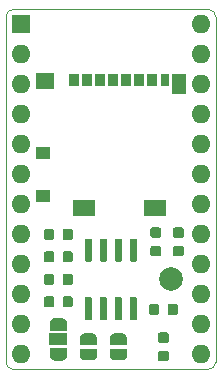
<source format=gbr>
%TF.GenerationSoftware,KiCad,Pcbnew,5.1.5+dfsg1-2~bpo10+1*%
%TF.CreationDate,Date%
%TF.ProjectId,ProMicro_LOG,50726f4d-6963-4726-9f5f-4c4f472e6b69,v1.1*%
%TF.SameCoordinates,Original*%
%TF.FileFunction,Soldermask,Top*%
%TF.FilePolarity,Negative*%
%FSLAX45Y45*%
G04 Gerber Fmt 4.5, Leading zero omitted, Abs format (unit mm)*
G04 Created by KiCad*
%MOMM*%
%LPD*%
G04 APERTURE LIST*
%ADD10C,0.100000*%
%ADD11O,1.600000X1.600000*%
%ADD12R,1.600000X1.600000*%
%ADD13C,0.150000*%
%ADD14R,1.500000X1.000000*%
%ADD15C,2.000000*%
%ADD16R,1.900000X1.350000*%
%ADD17R,1.200000X1.000000*%
%ADD18R,1.550000X1.350000*%
%ADD19R,1.170000X1.800000*%
%ADD20R,0.850000X1.100000*%
%ADD21R,0.750000X1.100000*%
G04 APERTURE END LIST*
D10*
X-1587500Y2921000D02*
G75*
G03X-1651000Y2857500I0J-63500D01*
G01*
X127000Y2857500D02*
G75*
G03X63500Y2921000I-63500J0D01*
G01*
X63500Y-127000D02*
G75*
G03X127000Y-63500I0J63500D01*
G01*
X-1651000Y-63500D02*
G75*
G03X-1587500Y-127000I63500J0D01*
G01*
X-1651000Y2857500D02*
X-1651000Y-63500D01*
X63500Y2921000D02*
X-1587500Y2921000D01*
X127000Y-63500D02*
X127000Y2857500D01*
X-1587500Y-127000D02*
X63500Y-127000D01*
D11*
X0Y2794000D03*
X0Y2540000D03*
X0Y2286000D03*
X-1524000Y0D03*
X0Y2032000D03*
X-1524000Y254000D03*
X0Y1778000D03*
X-1524000Y508000D03*
X0Y1524000D03*
X-1524000Y762000D03*
X0Y1270000D03*
X-1524000Y1016000D03*
X0Y1016000D03*
X-1524000Y1270000D03*
X0Y762000D03*
X-1524000Y1524000D03*
X0Y508000D03*
X-1524000Y1778000D03*
X0Y254000D03*
X-1524000Y2032000D03*
X0Y0D03*
X-1524000Y2286000D03*
X-1524000Y2540000D03*
D12*
X-1524000Y2794000D03*
D13*
G36*
X-289731Y28395D02*
G01*
X-287607Y28080D01*
X-285525Y27558D01*
X-283504Y26835D01*
X-281563Y25917D01*
X-279722Y24813D01*
X-277998Y23535D01*
X-276407Y22093D01*
X-274965Y20502D01*
X-273687Y18778D01*
X-272583Y16937D01*
X-271665Y14996D01*
X-270942Y12975D01*
X-270420Y10893D01*
X-270105Y8769D01*
X-270000Y6625D01*
X-270000Y-37125D01*
X-270105Y-39269D01*
X-270420Y-41393D01*
X-270942Y-43475D01*
X-271665Y-45496D01*
X-272583Y-47437D01*
X-273687Y-49278D01*
X-274965Y-51002D01*
X-276407Y-52593D01*
X-277998Y-54035D01*
X-279722Y-55313D01*
X-281563Y-56417D01*
X-283504Y-57335D01*
X-285525Y-58058D01*
X-287607Y-58580D01*
X-289731Y-58895D01*
X-291875Y-59000D01*
X-343125Y-59000D01*
X-345269Y-58895D01*
X-347393Y-58580D01*
X-349475Y-58058D01*
X-351496Y-57335D01*
X-353437Y-56417D01*
X-355278Y-55313D01*
X-357002Y-54035D01*
X-358593Y-52593D01*
X-360035Y-51002D01*
X-361313Y-49278D01*
X-362417Y-47437D01*
X-363335Y-45496D01*
X-364058Y-43475D01*
X-364580Y-41393D01*
X-364895Y-39269D01*
X-365000Y-37125D01*
X-365000Y6625D01*
X-364895Y8769D01*
X-364580Y10893D01*
X-364058Y12975D01*
X-363335Y14996D01*
X-362417Y16937D01*
X-361313Y18778D01*
X-360035Y20502D01*
X-358593Y22093D01*
X-357002Y23535D01*
X-355278Y24813D01*
X-353437Y25917D01*
X-351496Y26835D01*
X-349475Y27558D01*
X-347393Y28080D01*
X-345269Y28395D01*
X-343125Y28500D01*
X-291875Y28500D01*
X-289731Y28395D01*
G37*
G36*
X-289731Y185895D02*
G01*
X-287607Y185580D01*
X-285525Y185058D01*
X-283504Y184335D01*
X-281563Y183417D01*
X-279722Y182313D01*
X-277998Y181035D01*
X-276407Y179593D01*
X-274965Y178002D01*
X-273687Y176278D01*
X-272583Y174437D01*
X-271665Y172496D01*
X-270942Y170475D01*
X-270420Y168393D01*
X-270105Y166269D01*
X-270000Y164125D01*
X-270000Y120375D01*
X-270105Y118231D01*
X-270420Y116107D01*
X-270942Y114025D01*
X-271665Y112004D01*
X-272583Y110063D01*
X-273687Y108222D01*
X-274965Y106498D01*
X-276407Y104907D01*
X-277998Y103465D01*
X-279722Y102187D01*
X-281563Y101083D01*
X-283504Y100165D01*
X-285525Y99442D01*
X-287607Y98920D01*
X-289731Y98605D01*
X-291875Y98500D01*
X-343125Y98500D01*
X-345269Y98605D01*
X-347393Y98920D01*
X-349475Y99442D01*
X-351496Y100165D01*
X-353437Y101083D01*
X-355278Y102187D01*
X-357002Y103465D01*
X-358593Y104907D01*
X-360035Y106498D01*
X-361313Y108222D01*
X-362417Y110063D01*
X-363335Y112004D01*
X-364058Y114025D01*
X-364580Y116107D01*
X-364895Y118231D01*
X-365000Y120375D01*
X-365000Y164125D01*
X-364895Y166269D01*
X-364580Y168393D01*
X-364058Y170475D01*
X-363335Y172496D01*
X-362417Y174437D01*
X-361313Y176278D01*
X-360035Y178002D01*
X-358593Y179593D01*
X-357002Y181035D01*
X-355278Y182313D01*
X-353437Y183417D01*
X-351496Y184335D01*
X-349475Y185058D01*
X-347393Y185580D01*
X-345269Y185895D01*
X-343125Y186000D01*
X-291875Y186000D01*
X-289731Y185895D01*
G37*
G36*
X-1103731Y1063395D02*
G01*
X-1101607Y1063080D01*
X-1099525Y1062558D01*
X-1097504Y1061835D01*
X-1095563Y1060917D01*
X-1093722Y1059813D01*
X-1091998Y1058535D01*
X-1090407Y1057093D01*
X-1088965Y1055502D01*
X-1087687Y1053778D01*
X-1086583Y1051937D01*
X-1085665Y1049996D01*
X-1084942Y1047975D01*
X-1084420Y1045893D01*
X-1084105Y1043769D01*
X-1084000Y1041625D01*
X-1084000Y990375D01*
X-1084105Y988231D01*
X-1084420Y986107D01*
X-1084942Y984025D01*
X-1085665Y982004D01*
X-1086583Y980063D01*
X-1087687Y978222D01*
X-1088965Y976498D01*
X-1090407Y974907D01*
X-1091998Y973465D01*
X-1093722Y972187D01*
X-1095563Y971083D01*
X-1097504Y970165D01*
X-1099525Y969442D01*
X-1101607Y968920D01*
X-1103731Y968605D01*
X-1105875Y968500D01*
X-1149625Y968500D01*
X-1151769Y968605D01*
X-1153893Y968920D01*
X-1155975Y969442D01*
X-1157996Y970165D01*
X-1159937Y971083D01*
X-1161778Y972187D01*
X-1163502Y973465D01*
X-1165093Y974907D01*
X-1166535Y976498D01*
X-1167813Y978222D01*
X-1168917Y980063D01*
X-1169835Y982004D01*
X-1170558Y984025D01*
X-1171080Y986107D01*
X-1171395Y988231D01*
X-1171500Y990375D01*
X-1171500Y1041625D01*
X-1171395Y1043769D01*
X-1171080Y1045893D01*
X-1170558Y1047975D01*
X-1169835Y1049996D01*
X-1168917Y1051937D01*
X-1167813Y1053778D01*
X-1166535Y1055502D01*
X-1165093Y1057093D01*
X-1163502Y1058535D01*
X-1161778Y1059813D01*
X-1159937Y1060917D01*
X-1157996Y1061835D01*
X-1155975Y1062558D01*
X-1153893Y1063080D01*
X-1151769Y1063395D01*
X-1149625Y1063500D01*
X-1105875Y1063500D01*
X-1103731Y1063395D01*
G37*
G36*
X-1261231Y1063395D02*
G01*
X-1259107Y1063080D01*
X-1257025Y1062558D01*
X-1255004Y1061835D01*
X-1253063Y1060917D01*
X-1251222Y1059813D01*
X-1249498Y1058535D01*
X-1247907Y1057093D01*
X-1246465Y1055502D01*
X-1245187Y1053778D01*
X-1244083Y1051937D01*
X-1243165Y1049996D01*
X-1242442Y1047975D01*
X-1241920Y1045893D01*
X-1241605Y1043769D01*
X-1241500Y1041625D01*
X-1241500Y990375D01*
X-1241605Y988231D01*
X-1241920Y986107D01*
X-1242442Y984025D01*
X-1243165Y982004D01*
X-1244083Y980063D01*
X-1245187Y978222D01*
X-1246465Y976498D01*
X-1247907Y974907D01*
X-1249498Y973465D01*
X-1251222Y972187D01*
X-1253063Y971083D01*
X-1255004Y970165D01*
X-1257025Y969442D01*
X-1259107Y968920D01*
X-1261231Y968605D01*
X-1263375Y968500D01*
X-1307125Y968500D01*
X-1309269Y968605D01*
X-1311393Y968920D01*
X-1313475Y969442D01*
X-1315496Y970165D01*
X-1317437Y971083D01*
X-1319278Y972187D01*
X-1321002Y973465D01*
X-1322593Y974907D01*
X-1324035Y976498D01*
X-1325313Y978222D01*
X-1326417Y980063D01*
X-1327335Y982004D01*
X-1328058Y984025D01*
X-1328580Y986107D01*
X-1328895Y988231D01*
X-1329000Y990375D01*
X-1329000Y1041625D01*
X-1328895Y1043769D01*
X-1328580Y1045893D01*
X-1328058Y1047975D01*
X-1327335Y1049996D01*
X-1326417Y1051937D01*
X-1325313Y1053778D01*
X-1324035Y1055502D01*
X-1322593Y1057093D01*
X-1321002Y1058535D01*
X-1319278Y1059813D01*
X-1317437Y1060917D01*
X-1315496Y1061835D01*
X-1313475Y1062558D01*
X-1311393Y1063080D01*
X-1309269Y1063395D01*
X-1307125Y1063500D01*
X-1263375Y1063500D01*
X-1261231Y1063395D01*
G37*
G36*
X-1131500Y52000D02*
G01*
X-1131500Y-3000D01*
X-1131560Y-3000D01*
X-1131560Y-5453D01*
X-1132041Y-10337D01*
X-1132998Y-15149D01*
X-1134423Y-19845D01*
X-1136301Y-24378D01*
X-1138614Y-28705D01*
X-1141340Y-32785D01*
X-1144452Y-36578D01*
X-1147922Y-40048D01*
X-1151715Y-43160D01*
X-1155795Y-45886D01*
X-1160122Y-48199D01*
X-1164656Y-50077D01*
X-1169351Y-51502D01*
X-1174164Y-52459D01*
X-1179047Y-52940D01*
X-1181500Y-52940D01*
X-1181500Y-53000D01*
X-1231500Y-53000D01*
X-1231500Y-52940D01*
X-1233953Y-52940D01*
X-1238837Y-52459D01*
X-1243649Y-51502D01*
X-1248345Y-50077D01*
X-1252878Y-48199D01*
X-1257205Y-45886D01*
X-1261285Y-43160D01*
X-1265078Y-40048D01*
X-1268548Y-36578D01*
X-1271660Y-32785D01*
X-1274386Y-28705D01*
X-1276700Y-24378D01*
X-1278577Y-19845D01*
X-1280002Y-15149D01*
X-1280959Y-10337D01*
X-1281440Y-5453D01*
X-1281440Y-3000D01*
X-1281500Y-3000D01*
X-1281500Y52000D01*
X-1131500Y52000D01*
G37*
D14*
X-1206500Y127000D03*
D13*
G36*
X-1281440Y257000D02*
G01*
X-1281440Y259453D01*
X-1280959Y264337D01*
X-1280002Y269149D01*
X-1278577Y273845D01*
X-1276700Y278378D01*
X-1274386Y282705D01*
X-1271660Y286785D01*
X-1268548Y290578D01*
X-1265078Y294048D01*
X-1261285Y297160D01*
X-1257205Y299886D01*
X-1252878Y302200D01*
X-1248345Y304077D01*
X-1243649Y305502D01*
X-1238837Y306459D01*
X-1233953Y306940D01*
X-1231500Y306940D01*
X-1231500Y307000D01*
X-1181500Y307000D01*
X-1181500Y306940D01*
X-1179047Y306940D01*
X-1174164Y306459D01*
X-1169351Y305502D01*
X-1164656Y304077D01*
X-1160122Y302200D01*
X-1155795Y299886D01*
X-1151715Y297160D01*
X-1147922Y294048D01*
X-1144452Y290578D01*
X-1141340Y286785D01*
X-1138614Y282705D01*
X-1136301Y278378D01*
X-1134423Y273845D01*
X-1132998Y269149D01*
X-1132041Y264337D01*
X-1131560Y259453D01*
X-1131560Y257000D01*
X-1131500Y257000D01*
X-1131500Y202000D01*
X-1281500Y202000D01*
X-1281500Y257000D01*
X-1281440Y257000D01*
G37*
G36*
X-353231Y1074895D02*
G01*
X-351107Y1074580D01*
X-349025Y1074058D01*
X-347004Y1073335D01*
X-345063Y1072417D01*
X-343222Y1071313D01*
X-341498Y1070035D01*
X-339907Y1068593D01*
X-338465Y1067002D01*
X-337187Y1065278D01*
X-336083Y1063437D01*
X-335165Y1061496D01*
X-334442Y1059475D01*
X-333920Y1057393D01*
X-333605Y1055269D01*
X-333500Y1053125D01*
X-333500Y1009375D01*
X-333605Y1007231D01*
X-333920Y1005107D01*
X-334442Y1003025D01*
X-335165Y1001004D01*
X-336083Y999063D01*
X-337187Y997222D01*
X-338465Y995498D01*
X-339907Y993907D01*
X-341498Y992465D01*
X-343222Y991187D01*
X-345063Y990083D01*
X-347004Y989165D01*
X-349025Y988442D01*
X-351107Y987920D01*
X-353231Y987605D01*
X-355375Y987500D01*
X-406625Y987500D01*
X-408769Y987605D01*
X-410893Y987920D01*
X-412975Y988442D01*
X-414996Y989165D01*
X-416937Y990083D01*
X-418778Y991187D01*
X-420502Y992465D01*
X-422093Y993907D01*
X-423535Y995498D01*
X-424813Y997222D01*
X-425917Y999063D01*
X-426835Y1001004D01*
X-427558Y1003025D01*
X-428080Y1005107D01*
X-428395Y1007231D01*
X-428500Y1009375D01*
X-428500Y1053125D01*
X-428395Y1055269D01*
X-428080Y1057393D01*
X-427558Y1059475D01*
X-426835Y1061496D01*
X-425917Y1063437D01*
X-424813Y1065278D01*
X-423535Y1067002D01*
X-422093Y1068593D01*
X-420502Y1070035D01*
X-418778Y1071313D01*
X-416937Y1072417D01*
X-414996Y1073335D01*
X-412975Y1074058D01*
X-410893Y1074580D01*
X-408769Y1074895D01*
X-406625Y1075000D01*
X-355375Y1075000D01*
X-353231Y1074895D01*
G37*
G36*
X-353231Y917395D02*
G01*
X-351107Y917080D01*
X-349025Y916558D01*
X-347004Y915835D01*
X-345063Y914917D01*
X-343222Y913813D01*
X-341498Y912535D01*
X-339907Y911093D01*
X-338465Y909502D01*
X-337187Y907778D01*
X-336083Y905937D01*
X-335165Y903996D01*
X-334442Y901975D01*
X-333920Y899893D01*
X-333605Y897769D01*
X-333500Y895625D01*
X-333500Y851875D01*
X-333605Y849731D01*
X-333920Y847607D01*
X-334442Y845525D01*
X-335165Y843504D01*
X-336083Y841563D01*
X-337187Y839722D01*
X-338465Y837998D01*
X-339907Y836407D01*
X-341498Y834965D01*
X-343222Y833687D01*
X-345063Y832583D01*
X-347004Y831665D01*
X-349025Y830942D01*
X-351107Y830420D01*
X-353231Y830105D01*
X-355375Y830000D01*
X-406625Y830000D01*
X-408769Y830105D01*
X-410893Y830420D01*
X-412975Y830942D01*
X-414996Y831665D01*
X-416937Y832583D01*
X-418778Y833687D01*
X-420502Y834965D01*
X-422093Y836407D01*
X-423535Y837998D01*
X-424813Y839722D01*
X-425917Y841563D01*
X-426835Y843504D01*
X-427558Y845525D01*
X-428080Y847607D01*
X-428395Y849731D01*
X-428500Y851875D01*
X-428500Y895625D01*
X-428395Y897769D01*
X-428080Y899893D01*
X-427558Y901975D01*
X-426835Y903996D01*
X-425917Y905937D01*
X-424813Y907778D01*
X-423535Y909502D01*
X-422093Y911093D01*
X-420502Y912535D01*
X-418778Y913813D01*
X-416937Y914917D01*
X-414996Y915835D01*
X-412975Y916558D01*
X-410893Y917080D01*
X-408769Y917395D01*
X-406625Y917500D01*
X-355375Y917500D01*
X-353231Y917395D01*
G37*
G36*
X-162731Y1074895D02*
G01*
X-160607Y1074580D01*
X-158525Y1074058D01*
X-156504Y1073335D01*
X-154563Y1072417D01*
X-152722Y1071313D01*
X-150998Y1070035D01*
X-149407Y1068593D01*
X-147965Y1067002D01*
X-146687Y1065278D01*
X-145583Y1063437D01*
X-144665Y1061496D01*
X-143942Y1059475D01*
X-143420Y1057393D01*
X-143105Y1055269D01*
X-143000Y1053125D01*
X-143000Y1009375D01*
X-143105Y1007231D01*
X-143420Y1005107D01*
X-143942Y1003025D01*
X-144665Y1001004D01*
X-145583Y999063D01*
X-146687Y997222D01*
X-147965Y995498D01*
X-149407Y993907D01*
X-150998Y992465D01*
X-152722Y991187D01*
X-154563Y990083D01*
X-156504Y989165D01*
X-158525Y988442D01*
X-160607Y987920D01*
X-162731Y987605D01*
X-164875Y987500D01*
X-216125Y987500D01*
X-218269Y987605D01*
X-220393Y987920D01*
X-222475Y988442D01*
X-224496Y989165D01*
X-226437Y990083D01*
X-228278Y991187D01*
X-230002Y992465D01*
X-231593Y993907D01*
X-233035Y995498D01*
X-234313Y997222D01*
X-235417Y999063D01*
X-236335Y1001004D01*
X-237058Y1003025D01*
X-237580Y1005107D01*
X-237895Y1007231D01*
X-238000Y1009375D01*
X-238000Y1053125D01*
X-237895Y1055269D01*
X-237580Y1057393D01*
X-237058Y1059475D01*
X-236335Y1061496D01*
X-235417Y1063437D01*
X-234313Y1065278D01*
X-233035Y1067002D01*
X-231593Y1068593D01*
X-230002Y1070035D01*
X-228278Y1071313D01*
X-226437Y1072417D01*
X-224496Y1073335D01*
X-222475Y1074058D01*
X-220393Y1074580D01*
X-218269Y1074895D01*
X-216125Y1075000D01*
X-164875Y1075000D01*
X-162731Y1074895D01*
G37*
G36*
X-162731Y917395D02*
G01*
X-160607Y917080D01*
X-158525Y916558D01*
X-156504Y915835D01*
X-154563Y914917D01*
X-152722Y913813D01*
X-150998Y912535D01*
X-149407Y911093D01*
X-147965Y909502D01*
X-146687Y907778D01*
X-145583Y905937D01*
X-144665Y903996D01*
X-143942Y901975D01*
X-143420Y899893D01*
X-143105Y897769D01*
X-143000Y895625D01*
X-143000Y851875D01*
X-143105Y849731D01*
X-143420Y847607D01*
X-143942Y845525D01*
X-144665Y843504D01*
X-145583Y841563D01*
X-146687Y839722D01*
X-147965Y837998D01*
X-149407Y836407D01*
X-150998Y834965D01*
X-152722Y833687D01*
X-154563Y832583D01*
X-156504Y831665D01*
X-158525Y830942D01*
X-160607Y830420D01*
X-162731Y830105D01*
X-164875Y830000D01*
X-216125Y830000D01*
X-218269Y830105D01*
X-220393Y830420D01*
X-222475Y830942D01*
X-224496Y831665D01*
X-226437Y832583D01*
X-228278Y833687D01*
X-230002Y834965D01*
X-231593Y836407D01*
X-233035Y837998D01*
X-234313Y839722D01*
X-235417Y841563D01*
X-236335Y843504D01*
X-237058Y845525D01*
X-237580Y847607D01*
X-237895Y849731D01*
X-238000Y851875D01*
X-238000Y895625D01*
X-237895Y897769D01*
X-237580Y899893D01*
X-237058Y901975D01*
X-236335Y903996D01*
X-235417Y905937D01*
X-234313Y907778D01*
X-233035Y909502D01*
X-231593Y911093D01*
X-230002Y912535D01*
X-228278Y913813D01*
X-226437Y914917D01*
X-224496Y915835D01*
X-222475Y916558D01*
X-220393Y917080D01*
X-218269Y917395D01*
X-216125Y917500D01*
X-164875Y917500D01*
X-162731Y917395D01*
G37*
G36*
X-1103731Y872895D02*
G01*
X-1101607Y872580D01*
X-1099525Y872058D01*
X-1097504Y871335D01*
X-1095563Y870417D01*
X-1093722Y869313D01*
X-1091998Y868035D01*
X-1090407Y866593D01*
X-1088965Y865002D01*
X-1087687Y863278D01*
X-1086583Y861437D01*
X-1085665Y859496D01*
X-1084942Y857475D01*
X-1084420Y855393D01*
X-1084105Y853269D01*
X-1084000Y851125D01*
X-1084000Y799875D01*
X-1084105Y797731D01*
X-1084420Y795607D01*
X-1084942Y793525D01*
X-1085665Y791504D01*
X-1086583Y789563D01*
X-1087687Y787722D01*
X-1088965Y785998D01*
X-1090407Y784407D01*
X-1091998Y782965D01*
X-1093722Y781687D01*
X-1095563Y780583D01*
X-1097504Y779665D01*
X-1099525Y778942D01*
X-1101607Y778420D01*
X-1103731Y778105D01*
X-1105875Y778000D01*
X-1149625Y778000D01*
X-1151769Y778105D01*
X-1153893Y778420D01*
X-1155975Y778942D01*
X-1157996Y779665D01*
X-1159937Y780583D01*
X-1161778Y781687D01*
X-1163502Y782965D01*
X-1165093Y784407D01*
X-1166535Y785998D01*
X-1167813Y787722D01*
X-1168917Y789563D01*
X-1169835Y791504D01*
X-1170558Y793525D01*
X-1171080Y795607D01*
X-1171395Y797731D01*
X-1171500Y799875D01*
X-1171500Y851125D01*
X-1171395Y853269D01*
X-1171080Y855393D01*
X-1170558Y857475D01*
X-1169835Y859496D01*
X-1168917Y861437D01*
X-1167813Y863278D01*
X-1166535Y865002D01*
X-1165093Y866593D01*
X-1163502Y868035D01*
X-1161778Y869313D01*
X-1159937Y870417D01*
X-1157996Y871335D01*
X-1155975Y872058D01*
X-1153893Y872580D01*
X-1151769Y872895D01*
X-1149625Y873000D01*
X-1105875Y873000D01*
X-1103731Y872895D01*
G37*
G36*
X-1261231Y872895D02*
G01*
X-1259107Y872580D01*
X-1257025Y872058D01*
X-1255004Y871335D01*
X-1253063Y870417D01*
X-1251222Y869313D01*
X-1249498Y868035D01*
X-1247907Y866593D01*
X-1246465Y865002D01*
X-1245187Y863278D01*
X-1244083Y861437D01*
X-1243165Y859496D01*
X-1242442Y857475D01*
X-1241920Y855393D01*
X-1241605Y853269D01*
X-1241500Y851125D01*
X-1241500Y799875D01*
X-1241605Y797731D01*
X-1241920Y795607D01*
X-1242442Y793525D01*
X-1243165Y791504D01*
X-1244083Y789563D01*
X-1245187Y787722D01*
X-1246465Y785998D01*
X-1247907Y784407D01*
X-1249498Y782965D01*
X-1251222Y781687D01*
X-1253063Y780583D01*
X-1255004Y779665D01*
X-1257025Y778942D01*
X-1259107Y778420D01*
X-1261231Y778105D01*
X-1263375Y778000D01*
X-1307125Y778000D01*
X-1309269Y778105D01*
X-1311393Y778420D01*
X-1313475Y778942D01*
X-1315496Y779665D01*
X-1317437Y780583D01*
X-1319278Y781687D01*
X-1321002Y782965D01*
X-1322593Y784407D01*
X-1324035Y785998D01*
X-1325313Y787722D01*
X-1326417Y789563D01*
X-1327335Y791504D01*
X-1328058Y793525D01*
X-1328580Y795607D01*
X-1328895Y797731D01*
X-1329000Y799875D01*
X-1329000Y851125D01*
X-1328895Y853269D01*
X-1328580Y855393D01*
X-1328058Y857475D01*
X-1327335Y859496D01*
X-1326417Y861437D01*
X-1325313Y863278D01*
X-1324035Y865002D01*
X-1322593Y866593D01*
X-1321002Y868035D01*
X-1319278Y869313D01*
X-1317437Y870417D01*
X-1315496Y871335D01*
X-1313475Y872058D01*
X-1311393Y872580D01*
X-1309269Y872895D01*
X-1307125Y873000D01*
X-1263375Y873000D01*
X-1261231Y872895D01*
G37*
G36*
X-1103731Y682395D02*
G01*
X-1101607Y682080D01*
X-1099525Y681558D01*
X-1097504Y680835D01*
X-1095563Y679917D01*
X-1093722Y678813D01*
X-1091998Y677535D01*
X-1090407Y676093D01*
X-1088965Y674502D01*
X-1087687Y672778D01*
X-1086583Y670937D01*
X-1085665Y668996D01*
X-1084942Y666975D01*
X-1084420Y664893D01*
X-1084105Y662769D01*
X-1084000Y660625D01*
X-1084000Y609375D01*
X-1084105Y607231D01*
X-1084420Y605107D01*
X-1084942Y603025D01*
X-1085665Y601004D01*
X-1086583Y599063D01*
X-1087687Y597222D01*
X-1088965Y595498D01*
X-1090407Y593907D01*
X-1091998Y592465D01*
X-1093722Y591187D01*
X-1095563Y590083D01*
X-1097504Y589165D01*
X-1099525Y588442D01*
X-1101607Y587920D01*
X-1103731Y587605D01*
X-1105875Y587500D01*
X-1149625Y587500D01*
X-1151769Y587605D01*
X-1153893Y587920D01*
X-1155975Y588442D01*
X-1157996Y589165D01*
X-1159937Y590083D01*
X-1161778Y591187D01*
X-1163502Y592465D01*
X-1165093Y593907D01*
X-1166535Y595498D01*
X-1167813Y597222D01*
X-1168917Y599063D01*
X-1169835Y601004D01*
X-1170558Y603025D01*
X-1171080Y605107D01*
X-1171395Y607231D01*
X-1171500Y609375D01*
X-1171500Y660625D01*
X-1171395Y662769D01*
X-1171080Y664893D01*
X-1170558Y666975D01*
X-1169835Y668996D01*
X-1168917Y670937D01*
X-1167813Y672778D01*
X-1166535Y674502D01*
X-1165093Y676093D01*
X-1163502Y677535D01*
X-1161778Y678813D01*
X-1159937Y679917D01*
X-1157996Y680835D01*
X-1155975Y681558D01*
X-1153893Y682080D01*
X-1151769Y682395D01*
X-1149625Y682500D01*
X-1105875Y682500D01*
X-1103731Y682395D01*
G37*
G36*
X-1261231Y682395D02*
G01*
X-1259107Y682080D01*
X-1257025Y681558D01*
X-1255004Y680835D01*
X-1253063Y679917D01*
X-1251222Y678813D01*
X-1249498Y677535D01*
X-1247907Y676093D01*
X-1246465Y674502D01*
X-1245187Y672778D01*
X-1244083Y670937D01*
X-1243165Y668996D01*
X-1242442Y666975D01*
X-1241920Y664893D01*
X-1241605Y662769D01*
X-1241500Y660625D01*
X-1241500Y609375D01*
X-1241605Y607231D01*
X-1241920Y605107D01*
X-1242442Y603025D01*
X-1243165Y601004D01*
X-1244083Y599063D01*
X-1245187Y597222D01*
X-1246465Y595498D01*
X-1247907Y593907D01*
X-1249498Y592465D01*
X-1251222Y591187D01*
X-1253063Y590083D01*
X-1255004Y589165D01*
X-1257025Y588442D01*
X-1259107Y587920D01*
X-1261231Y587605D01*
X-1263375Y587500D01*
X-1307125Y587500D01*
X-1309269Y587605D01*
X-1311393Y587920D01*
X-1313475Y588442D01*
X-1315496Y589165D01*
X-1317437Y590083D01*
X-1319278Y591187D01*
X-1321002Y592465D01*
X-1322593Y593907D01*
X-1324035Y595498D01*
X-1325313Y597222D01*
X-1326417Y599063D01*
X-1327335Y601004D01*
X-1328058Y603025D01*
X-1328580Y605107D01*
X-1328895Y607231D01*
X-1329000Y609375D01*
X-1329000Y660625D01*
X-1328895Y662769D01*
X-1328580Y664893D01*
X-1328058Y666975D01*
X-1327335Y668996D01*
X-1326417Y670937D01*
X-1325313Y672778D01*
X-1324035Y674502D01*
X-1322593Y676093D01*
X-1321002Y677535D01*
X-1319278Y678813D01*
X-1317437Y679917D01*
X-1315496Y680835D01*
X-1313475Y681558D01*
X-1311393Y682080D01*
X-1309269Y682395D01*
X-1307125Y682500D01*
X-1263375Y682500D01*
X-1261231Y682395D01*
G37*
G36*
X-1103731Y491895D02*
G01*
X-1101607Y491580D01*
X-1099525Y491058D01*
X-1097504Y490335D01*
X-1095563Y489417D01*
X-1093722Y488313D01*
X-1091998Y487035D01*
X-1090407Y485593D01*
X-1088965Y484002D01*
X-1087687Y482278D01*
X-1086583Y480437D01*
X-1085665Y478496D01*
X-1084942Y476475D01*
X-1084420Y474393D01*
X-1084105Y472269D01*
X-1084000Y470125D01*
X-1084000Y418875D01*
X-1084105Y416731D01*
X-1084420Y414607D01*
X-1084942Y412525D01*
X-1085665Y410504D01*
X-1086583Y408563D01*
X-1087687Y406722D01*
X-1088965Y404998D01*
X-1090407Y403407D01*
X-1091998Y401965D01*
X-1093722Y400687D01*
X-1095563Y399583D01*
X-1097504Y398665D01*
X-1099525Y397942D01*
X-1101607Y397420D01*
X-1103731Y397105D01*
X-1105875Y397000D01*
X-1149625Y397000D01*
X-1151769Y397105D01*
X-1153893Y397420D01*
X-1155975Y397942D01*
X-1157996Y398665D01*
X-1159937Y399583D01*
X-1161778Y400687D01*
X-1163502Y401965D01*
X-1165093Y403407D01*
X-1166535Y404998D01*
X-1167813Y406722D01*
X-1168917Y408563D01*
X-1169835Y410504D01*
X-1170558Y412525D01*
X-1171080Y414607D01*
X-1171395Y416731D01*
X-1171500Y418875D01*
X-1171500Y470125D01*
X-1171395Y472269D01*
X-1171080Y474393D01*
X-1170558Y476475D01*
X-1169835Y478496D01*
X-1168917Y480437D01*
X-1167813Y482278D01*
X-1166535Y484002D01*
X-1165093Y485593D01*
X-1163502Y487035D01*
X-1161778Y488313D01*
X-1159937Y489417D01*
X-1157996Y490335D01*
X-1155975Y491058D01*
X-1153893Y491580D01*
X-1151769Y491895D01*
X-1149625Y492000D01*
X-1105875Y492000D01*
X-1103731Y491895D01*
G37*
G36*
X-1261231Y491895D02*
G01*
X-1259107Y491580D01*
X-1257025Y491058D01*
X-1255004Y490335D01*
X-1253063Y489417D01*
X-1251222Y488313D01*
X-1249498Y487035D01*
X-1247907Y485593D01*
X-1246465Y484002D01*
X-1245187Y482278D01*
X-1244083Y480437D01*
X-1243165Y478496D01*
X-1242442Y476475D01*
X-1241920Y474393D01*
X-1241605Y472269D01*
X-1241500Y470125D01*
X-1241500Y418875D01*
X-1241605Y416731D01*
X-1241920Y414607D01*
X-1242442Y412525D01*
X-1243165Y410504D01*
X-1244083Y408563D01*
X-1245187Y406722D01*
X-1246465Y404998D01*
X-1247907Y403407D01*
X-1249498Y401965D01*
X-1251222Y400687D01*
X-1253063Y399583D01*
X-1255004Y398665D01*
X-1257025Y397942D01*
X-1259107Y397420D01*
X-1261231Y397105D01*
X-1263375Y397000D01*
X-1307125Y397000D01*
X-1309269Y397105D01*
X-1311393Y397420D01*
X-1313475Y397942D01*
X-1315496Y398665D01*
X-1317437Y399583D01*
X-1319278Y400687D01*
X-1321002Y401965D01*
X-1322593Y403407D01*
X-1324035Y404998D01*
X-1325313Y406722D01*
X-1326417Y408563D01*
X-1327335Y410504D01*
X-1328058Y412525D01*
X-1328580Y414607D01*
X-1328895Y416731D01*
X-1329000Y418875D01*
X-1329000Y470125D01*
X-1328895Y472269D01*
X-1328580Y474393D01*
X-1328058Y476475D01*
X-1327335Y478496D01*
X-1326417Y480437D01*
X-1325313Y482278D01*
X-1324035Y484002D01*
X-1322593Y485593D01*
X-1321002Y487035D01*
X-1319278Y488313D01*
X-1317437Y489417D01*
X-1315496Y490335D01*
X-1313475Y491058D01*
X-1311393Y491580D01*
X-1309269Y491895D01*
X-1307125Y492000D01*
X-1263375Y492000D01*
X-1261231Y491895D01*
G37*
G36*
X-372231Y428395D02*
G01*
X-370107Y428080D01*
X-368025Y427558D01*
X-366004Y426835D01*
X-364063Y425917D01*
X-362222Y424813D01*
X-360498Y423535D01*
X-358907Y422093D01*
X-357465Y420502D01*
X-356187Y418778D01*
X-355083Y416937D01*
X-354165Y414996D01*
X-353442Y412975D01*
X-352920Y410893D01*
X-352605Y408769D01*
X-352500Y406625D01*
X-352500Y355375D01*
X-352605Y353231D01*
X-352920Y351107D01*
X-353442Y349025D01*
X-354165Y347004D01*
X-355083Y345063D01*
X-356187Y343222D01*
X-357465Y341498D01*
X-358907Y339907D01*
X-360498Y338465D01*
X-362222Y337187D01*
X-364063Y336083D01*
X-366004Y335165D01*
X-368025Y334442D01*
X-370107Y333920D01*
X-372231Y333605D01*
X-374375Y333500D01*
X-418125Y333500D01*
X-420269Y333605D01*
X-422393Y333920D01*
X-424475Y334442D01*
X-426496Y335165D01*
X-428437Y336083D01*
X-430278Y337187D01*
X-432002Y338465D01*
X-433593Y339907D01*
X-435035Y341498D01*
X-436313Y343222D01*
X-437417Y345063D01*
X-438335Y347004D01*
X-439058Y349025D01*
X-439580Y351107D01*
X-439895Y353231D01*
X-440000Y355375D01*
X-440000Y406625D01*
X-439895Y408769D01*
X-439580Y410893D01*
X-439058Y412975D01*
X-438335Y414996D01*
X-437417Y416937D01*
X-436313Y418778D01*
X-435035Y420502D01*
X-433593Y422093D01*
X-432002Y423535D01*
X-430278Y424813D01*
X-428437Y425917D01*
X-426496Y426835D01*
X-424475Y427558D01*
X-422393Y428080D01*
X-420269Y428395D01*
X-418125Y428500D01*
X-374375Y428500D01*
X-372231Y428395D01*
G37*
G36*
X-214731Y428395D02*
G01*
X-212607Y428080D01*
X-210525Y427558D01*
X-208504Y426835D01*
X-206563Y425917D01*
X-204722Y424813D01*
X-202998Y423535D01*
X-201407Y422093D01*
X-199965Y420502D01*
X-198687Y418778D01*
X-197583Y416937D01*
X-196665Y414996D01*
X-195942Y412975D01*
X-195420Y410893D01*
X-195105Y408769D01*
X-195000Y406625D01*
X-195000Y355375D01*
X-195105Y353231D01*
X-195420Y351107D01*
X-195942Y349025D01*
X-196665Y347004D01*
X-197583Y345063D01*
X-198687Y343222D01*
X-199965Y341498D01*
X-201407Y339907D01*
X-202998Y338465D01*
X-204722Y337187D01*
X-206563Y336083D01*
X-208504Y335165D01*
X-210525Y334442D01*
X-212607Y333920D01*
X-214731Y333605D01*
X-216875Y333500D01*
X-260625Y333500D01*
X-262769Y333605D01*
X-264893Y333920D01*
X-266975Y334442D01*
X-268996Y335165D01*
X-270937Y336083D01*
X-272778Y337187D01*
X-274502Y338465D01*
X-276093Y339907D01*
X-277535Y341498D01*
X-278813Y343222D01*
X-279917Y345063D01*
X-280835Y347004D01*
X-281558Y349025D01*
X-282080Y351107D01*
X-282395Y353231D01*
X-282500Y355375D01*
X-282500Y406625D01*
X-282395Y408769D01*
X-282080Y410893D01*
X-281558Y412975D01*
X-280835Y414996D01*
X-279917Y416937D01*
X-278813Y418778D01*
X-277535Y420502D01*
X-276093Y422093D01*
X-274502Y423535D01*
X-272778Y424813D01*
X-270937Y425917D01*
X-268996Y426835D01*
X-266975Y427558D01*
X-264893Y428080D01*
X-262769Y428395D01*
X-260625Y428500D01*
X-216875Y428500D01*
X-214731Y428395D01*
G37*
G36*
X-877560Y-1500D02*
G01*
X-877560Y-3953D01*
X-878041Y-8837D01*
X-878998Y-13649D01*
X-880423Y-18345D01*
X-882300Y-22878D01*
X-884614Y-27205D01*
X-887340Y-31285D01*
X-890452Y-35078D01*
X-893922Y-38548D01*
X-897715Y-41660D01*
X-901795Y-44386D01*
X-906122Y-46699D01*
X-910655Y-48577D01*
X-915351Y-50002D01*
X-920163Y-50959D01*
X-925047Y-51440D01*
X-927500Y-51440D01*
X-927500Y-51500D01*
X-977500Y-51500D01*
X-977500Y-51440D01*
X-979953Y-51440D01*
X-984836Y-50959D01*
X-989649Y-50002D01*
X-994344Y-48577D01*
X-998878Y-46699D01*
X-1003205Y-44386D01*
X-1007285Y-41660D01*
X-1011078Y-38548D01*
X-1014548Y-35078D01*
X-1017660Y-31285D01*
X-1020386Y-27205D01*
X-1022699Y-22878D01*
X-1024577Y-18345D01*
X-1026002Y-13649D01*
X-1026959Y-8837D01*
X-1027440Y-3953D01*
X-1027440Y-1500D01*
X-1027500Y-1500D01*
X-1027500Y48500D01*
X-877500Y48500D01*
X-877500Y-1500D01*
X-877560Y-1500D01*
G37*
G36*
X-1027500Y78500D02*
G01*
X-1027500Y128500D01*
X-1027440Y128500D01*
X-1027440Y130953D01*
X-1026959Y135837D01*
X-1026002Y140649D01*
X-1024577Y145345D01*
X-1022699Y149878D01*
X-1020386Y154205D01*
X-1017660Y158285D01*
X-1014548Y162078D01*
X-1011078Y165548D01*
X-1007285Y168660D01*
X-1003205Y171386D01*
X-998878Y173700D01*
X-994344Y175577D01*
X-989649Y177002D01*
X-984836Y177959D01*
X-979953Y178440D01*
X-977500Y178440D01*
X-977500Y178500D01*
X-927500Y178500D01*
X-927500Y178440D01*
X-925047Y178440D01*
X-920163Y177959D01*
X-915351Y177002D01*
X-910655Y175577D01*
X-906122Y173700D01*
X-901795Y171386D01*
X-897715Y168660D01*
X-893922Y165548D01*
X-890452Y162078D01*
X-887340Y158285D01*
X-884614Y154205D01*
X-882300Y149878D01*
X-880423Y145345D01*
X-878998Y140649D01*
X-878041Y135837D01*
X-877560Y130953D01*
X-877560Y128500D01*
X-877500Y128500D01*
X-877500Y78500D01*
X-1027500Y78500D01*
G37*
G36*
X-623560Y-1500D02*
G01*
X-623560Y-3953D01*
X-624041Y-8837D01*
X-624998Y-13649D01*
X-626423Y-18345D01*
X-628301Y-22878D01*
X-630614Y-27205D01*
X-633340Y-31285D01*
X-636452Y-35078D01*
X-639922Y-38548D01*
X-643715Y-41660D01*
X-647795Y-44386D01*
X-652122Y-46699D01*
X-656656Y-48577D01*
X-661351Y-50002D01*
X-666164Y-50959D01*
X-671047Y-51440D01*
X-673500Y-51440D01*
X-673500Y-51500D01*
X-723500Y-51500D01*
X-723500Y-51440D01*
X-725953Y-51440D01*
X-730836Y-50959D01*
X-735649Y-50002D01*
X-740344Y-48577D01*
X-744878Y-46699D01*
X-749205Y-44386D01*
X-753285Y-41660D01*
X-757078Y-38548D01*
X-760548Y-35078D01*
X-763660Y-31285D01*
X-766386Y-27205D01*
X-768699Y-22878D01*
X-770577Y-18345D01*
X-772002Y-13649D01*
X-772959Y-8837D01*
X-773440Y-3953D01*
X-773440Y-1500D01*
X-773500Y-1500D01*
X-773500Y48500D01*
X-623500Y48500D01*
X-623500Y-1500D01*
X-623560Y-1500D01*
G37*
G36*
X-773500Y78500D02*
G01*
X-773500Y128500D01*
X-773440Y128500D01*
X-773440Y130953D01*
X-772959Y135837D01*
X-772002Y140649D01*
X-770577Y145345D01*
X-768699Y149878D01*
X-766386Y154205D01*
X-763660Y158285D01*
X-760548Y162078D01*
X-757078Y165548D01*
X-753285Y168660D01*
X-749205Y171386D01*
X-744878Y173700D01*
X-740344Y175577D01*
X-735649Y177002D01*
X-730836Y177959D01*
X-725953Y178440D01*
X-723500Y178440D01*
X-723500Y178500D01*
X-673500Y178500D01*
X-673500Y178440D01*
X-671047Y178440D01*
X-666164Y177959D01*
X-661351Y177002D01*
X-656656Y175577D01*
X-652122Y173700D01*
X-647795Y171386D01*
X-643715Y168660D01*
X-639922Y165548D01*
X-636452Y162078D01*
X-633340Y158285D01*
X-630614Y154205D01*
X-628301Y149878D01*
X-626423Y145345D01*
X-624998Y140649D01*
X-624041Y135837D01*
X-623560Y130953D01*
X-623560Y128500D01*
X-623500Y128500D01*
X-623500Y78500D01*
X-773500Y78500D01*
G37*
G36*
X-936030Y979928D02*
G01*
X-934574Y979712D01*
X-933146Y979354D01*
X-931760Y978858D01*
X-930429Y978229D01*
X-929166Y977472D01*
X-927984Y976595D01*
X-926893Y975607D01*
X-925905Y974516D01*
X-925028Y973334D01*
X-924271Y972071D01*
X-923642Y970740D01*
X-923146Y969354D01*
X-922788Y967926D01*
X-922572Y966470D01*
X-922500Y965000D01*
X-922500Y800000D01*
X-922572Y798530D01*
X-922788Y797074D01*
X-923146Y795646D01*
X-923642Y794260D01*
X-924271Y792929D01*
X-925028Y791666D01*
X-925905Y790484D01*
X-926893Y789393D01*
X-927984Y788405D01*
X-929166Y787528D01*
X-930429Y786771D01*
X-931760Y786142D01*
X-933146Y785646D01*
X-934574Y785288D01*
X-936030Y785072D01*
X-937500Y785000D01*
X-967500Y785000D01*
X-968970Y785072D01*
X-970426Y785288D01*
X-971854Y785646D01*
X-973240Y786142D01*
X-974571Y786771D01*
X-975834Y787528D01*
X-977016Y788405D01*
X-978107Y789393D01*
X-979095Y790484D01*
X-979972Y791666D01*
X-980729Y792929D01*
X-981358Y794260D01*
X-981854Y795646D01*
X-982212Y797074D01*
X-982428Y798530D01*
X-982500Y800000D01*
X-982500Y965000D01*
X-982428Y966470D01*
X-982212Y967926D01*
X-981854Y969354D01*
X-981358Y970740D01*
X-980729Y972071D01*
X-979972Y973334D01*
X-979095Y974516D01*
X-978107Y975607D01*
X-977016Y976595D01*
X-975834Y977472D01*
X-974571Y978229D01*
X-973240Y978858D01*
X-971854Y979354D01*
X-970426Y979712D01*
X-968970Y979928D01*
X-967500Y980000D01*
X-937500Y980000D01*
X-936030Y979928D01*
G37*
G36*
X-809030Y979928D02*
G01*
X-807574Y979712D01*
X-806146Y979354D01*
X-804760Y978858D01*
X-803429Y978229D01*
X-802166Y977472D01*
X-800984Y976595D01*
X-799893Y975607D01*
X-798905Y974516D01*
X-798028Y973334D01*
X-797271Y972071D01*
X-796642Y970740D01*
X-796146Y969354D01*
X-795788Y967926D01*
X-795572Y966470D01*
X-795500Y965000D01*
X-795500Y800000D01*
X-795572Y798530D01*
X-795788Y797074D01*
X-796146Y795646D01*
X-796642Y794260D01*
X-797271Y792929D01*
X-798028Y791666D01*
X-798905Y790484D01*
X-799893Y789393D01*
X-800984Y788405D01*
X-802166Y787528D01*
X-803429Y786771D01*
X-804760Y786142D01*
X-806146Y785646D01*
X-807574Y785288D01*
X-809030Y785072D01*
X-810500Y785000D01*
X-840500Y785000D01*
X-841970Y785072D01*
X-843426Y785288D01*
X-844854Y785646D01*
X-846240Y786142D01*
X-847571Y786771D01*
X-848834Y787528D01*
X-850016Y788405D01*
X-851107Y789393D01*
X-852095Y790484D01*
X-852972Y791666D01*
X-853729Y792929D01*
X-854358Y794260D01*
X-854854Y795646D01*
X-855212Y797074D01*
X-855428Y798530D01*
X-855500Y800000D01*
X-855500Y965000D01*
X-855428Y966470D01*
X-855212Y967926D01*
X-854854Y969354D01*
X-854358Y970740D01*
X-853729Y972071D01*
X-852972Y973334D01*
X-852095Y974516D01*
X-851107Y975607D01*
X-850016Y976595D01*
X-848834Y977472D01*
X-847571Y978229D01*
X-846240Y978858D01*
X-844854Y979354D01*
X-843426Y979712D01*
X-841970Y979928D01*
X-840500Y980000D01*
X-810500Y980000D01*
X-809030Y979928D01*
G37*
G36*
X-682030Y979928D02*
G01*
X-680574Y979712D01*
X-679146Y979354D01*
X-677760Y978858D01*
X-676429Y978229D01*
X-675166Y977472D01*
X-673984Y976595D01*
X-672893Y975607D01*
X-671905Y974516D01*
X-671028Y973334D01*
X-670271Y972071D01*
X-669642Y970740D01*
X-669146Y969354D01*
X-668788Y967926D01*
X-668572Y966470D01*
X-668500Y965000D01*
X-668500Y800000D01*
X-668572Y798530D01*
X-668788Y797074D01*
X-669146Y795646D01*
X-669642Y794260D01*
X-670271Y792929D01*
X-671028Y791666D01*
X-671905Y790484D01*
X-672893Y789393D01*
X-673984Y788405D01*
X-675166Y787528D01*
X-676429Y786771D01*
X-677760Y786142D01*
X-679146Y785646D01*
X-680574Y785288D01*
X-682030Y785072D01*
X-683500Y785000D01*
X-713500Y785000D01*
X-714970Y785072D01*
X-716426Y785288D01*
X-717854Y785646D01*
X-719240Y786142D01*
X-720571Y786771D01*
X-721834Y787528D01*
X-723016Y788405D01*
X-724107Y789393D01*
X-725095Y790484D01*
X-725972Y791666D01*
X-726729Y792929D01*
X-727358Y794260D01*
X-727854Y795646D01*
X-728212Y797074D01*
X-728428Y798530D01*
X-728500Y800000D01*
X-728500Y965000D01*
X-728428Y966470D01*
X-728212Y967926D01*
X-727854Y969354D01*
X-727358Y970740D01*
X-726729Y972071D01*
X-725972Y973334D01*
X-725095Y974516D01*
X-724107Y975607D01*
X-723016Y976595D01*
X-721834Y977472D01*
X-720571Y978229D01*
X-719240Y978858D01*
X-717854Y979354D01*
X-716426Y979712D01*
X-714970Y979928D01*
X-713500Y980000D01*
X-683500Y980000D01*
X-682030Y979928D01*
G37*
G36*
X-555030Y979928D02*
G01*
X-553574Y979712D01*
X-552146Y979354D01*
X-550760Y978858D01*
X-549429Y978229D01*
X-548166Y977472D01*
X-546984Y976595D01*
X-545893Y975607D01*
X-544905Y974516D01*
X-544028Y973334D01*
X-543271Y972071D01*
X-542642Y970740D01*
X-542146Y969354D01*
X-541788Y967926D01*
X-541572Y966470D01*
X-541500Y965000D01*
X-541500Y800000D01*
X-541572Y798530D01*
X-541788Y797074D01*
X-542146Y795646D01*
X-542642Y794260D01*
X-543271Y792929D01*
X-544028Y791666D01*
X-544905Y790484D01*
X-545893Y789393D01*
X-546984Y788405D01*
X-548166Y787528D01*
X-549429Y786771D01*
X-550760Y786142D01*
X-552146Y785646D01*
X-553574Y785288D01*
X-555030Y785072D01*
X-556500Y785000D01*
X-586500Y785000D01*
X-587970Y785072D01*
X-589426Y785288D01*
X-590854Y785646D01*
X-592240Y786142D01*
X-593571Y786771D01*
X-594834Y787528D01*
X-596016Y788405D01*
X-597107Y789393D01*
X-598095Y790484D01*
X-598972Y791666D01*
X-599729Y792929D01*
X-600358Y794260D01*
X-600854Y795646D01*
X-601212Y797074D01*
X-601428Y798530D01*
X-601500Y800000D01*
X-601500Y965000D01*
X-601428Y966470D01*
X-601212Y967926D01*
X-600854Y969354D01*
X-600358Y970740D01*
X-599729Y972071D01*
X-598972Y973334D01*
X-598095Y974516D01*
X-597107Y975607D01*
X-596016Y976595D01*
X-594834Y977472D01*
X-593571Y978229D01*
X-592240Y978858D01*
X-590854Y979354D01*
X-589426Y979712D01*
X-587970Y979928D01*
X-586500Y980000D01*
X-556500Y980000D01*
X-555030Y979928D01*
G37*
G36*
X-555030Y484928D02*
G01*
X-553574Y484712D01*
X-552146Y484354D01*
X-550760Y483858D01*
X-549429Y483229D01*
X-548166Y482472D01*
X-546984Y481595D01*
X-545893Y480607D01*
X-544905Y479516D01*
X-544028Y478334D01*
X-543271Y477071D01*
X-542642Y475740D01*
X-542146Y474354D01*
X-541788Y472926D01*
X-541572Y471470D01*
X-541500Y470000D01*
X-541500Y305000D01*
X-541572Y303530D01*
X-541788Y302074D01*
X-542146Y300646D01*
X-542642Y299260D01*
X-543271Y297929D01*
X-544028Y296666D01*
X-544905Y295484D01*
X-545893Y294393D01*
X-546984Y293405D01*
X-548166Y292528D01*
X-549429Y291771D01*
X-550760Y291142D01*
X-552146Y290646D01*
X-553574Y290288D01*
X-555030Y290072D01*
X-556500Y290000D01*
X-586500Y290000D01*
X-587970Y290072D01*
X-589426Y290288D01*
X-590854Y290646D01*
X-592240Y291142D01*
X-593571Y291771D01*
X-594834Y292528D01*
X-596016Y293405D01*
X-597107Y294393D01*
X-598095Y295484D01*
X-598972Y296666D01*
X-599729Y297929D01*
X-600358Y299260D01*
X-600854Y300646D01*
X-601212Y302074D01*
X-601428Y303530D01*
X-601500Y305000D01*
X-601500Y470000D01*
X-601428Y471470D01*
X-601212Y472926D01*
X-600854Y474354D01*
X-600358Y475740D01*
X-599729Y477071D01*
X-598972Y478334D01*
X-598095Y479516D01*
X-597107Y480607D01*
X-596016Y481595D01*
X-594834Y482472D01*
X-593571Y483229D01*
X-592240Y483858D01*
X-590854Y484354D01*
X-589426Y484712D01*
X-587970Y484928D01*
X-586500Y485000D01*
X-556500Y485000D01*
X-555030Y484928D01*
G37*
G36*
X-682030Y484928D02*
G01*
X-680574Y484712D01*
X-679146Y484354D01*
X-677760Y483858D01*
X-676429Y483229D01*
X-675166Y482472D01*
X-673984Y481595D01*
X-672893Y480607D01*
X-671905Y479516D01*
X-671028Y478334D01*
X-670271Y477071D01*
X-669642Y475740D01*
X-669146Y474354D01*
X-668788Y472926D01*
X-668572Y471470D01*
X-668500Y470000D01*
X-668500Y305000D01*
X-668572Y303530D01*
X-668788Y302074D01*
X-669146Y300646D01*
X-669642Y299260D01*
X-670271Y297929D01*
X-671028Y296666D01*
X-671905Y295484D01*
X-672893Y294393D01*
X-673984Y293405D01*
X-675166Y292528D01*
X-676429Y291771D01*
X-677760Y291142D01*
X-679146Y290646D01*
X-680574Y290288D01*
X-682030Y290072D01*
X-683500Y290000D01*
X-713500Y290000D01*
X-714970Y290072D01*
X-716426Y290288D01*
X-717854Y290646D01*
X-719240Y291142D01*
X-720571Y291771D01*
X-721834Y292528D01*
X-723016Y293405D01*
X-724107Y294393D01*
X-725095Y295484D01*
X-725972Y296666D01*
X-726729Y297929D01*
X-727358Y299260D01*
X-727854Y300646D01*
X-728212Y302074D01*
X-728428Y303530D01*
X-728500Y305000D01*
X-728500Y470000D01*
X-728428Y471470D01*
X-728212Y472926D01*
X-727854Y474354D01*
X-727358Y475740D01*
X-726729Y477071D01*
X-725972Y478334D01*
X-725095Y479516D01*
X-724107Y480607D01*
X-723016Y481595D01*
X-721834Y482472D01*
X-720571Y483229D01*
X-719240Y483858D01*
X-717854Y484354D01*
X-716426Y484712D01*
X-714970Y484928D01*
X-713500Y485000D01*
X-683500Y485000D01*
X-682030Y484928D01*
G37*
G36*
X-809030Y484928D02*
G01*
X-807574Y484712D01*
X-806146Y484354D01*
X-804760Y483858D01*
X-803429Y483229D01*
X-802166Y482472D01*
X-800984Y481595D01*
X-799893Y480607D01*
X-798905Y479516D01*
X-798028Y478334D01*
X-797271Y477071D01*
X-796642Y475740D01*
X-796146Y474354D01*
X-795788Y472926D01*
X-795572Y471470D01*
X-795500Y470000D01*
X-795500Y305000D01*
X-795572Y303530D01*
X-795788Y302074D01*
X-796146Y300646D01*
X-796642Y299260D01*
X-797271Y297929D01*
X-798028Y296666D01*
X-798905Y295484D01*
X-799893Y294393D01*
X-800984Y293405D01*
X-802166Y292528D01*
X-803429Y291771D01*
X-804760Y291142D01*
X-806146Y290646D01*
X-807574Y290288D01*
X-809030Y290072D01*
X-810500Y290000D01*
X-840500Y290000D01*
X-841970Y290072D01*
X-843426Y290288D01*
X-844854Y290646D01*
X-846240Y291142D01*
X-847571Y291771D01*
X-848834Y292528D01*
X-850016Y293405D01*
X-851107Y294393D01*
X-852095Y295484D01*
X-852972Y296666D01*
X-853729Y297929D01*
X-854358Y299260D01*
X-854854Y300646D01*
X-855212Y302074D01*
X-855428Y303530D01*
X-855500Y305000D01*
X-855500Y470000D01*
X-855428Y471470D01*
X-855212Y472926D01*
X-854854Y474354D01*
X-854358Y475740D01*
X-853729Y477071D01*
X-852972Y478334D01*
X-852095Y479516D01*
X-851107Y480607D01*
X-850016Y481595D01*
X-848834Y482472D01*
X-847571Y483229D01*
X-846240Y483858D01*
X-844854Y484354D01*
X-843426Y484712D01*
X-841970Y484928D01*
X-840500Y485000D01*
X-810500Y485000D01*
X-809030Y484928D01*
G37*
G36*
X-936030Y484928D02*
G01*
X-934574Y484712D01*
X-933146Y484354D01*
X-931760Y483858D01*
X-930429Y483229D01*
X-929166Y482472D01*
X-927984Y481595D01*
X-926893Y480607D01*
X-925905Y479516D01*
X-925028Y478334D01*
X-924271Y477071D01*
X-923642Y475740D01*
X-923146Y474354D01*
X-922788Y472926D01*
X-922572Y471470D01*
X-922500Y470000D01*
X-922500Y305000D01*
X-922572Y303530D01*
X-922788Y302074D01*
X-923146Y300646D01*
X-923642Y299260D01*
X-924271Y297929D01*
X-925028Y296666D01*
X-925905Y295484D01*
X-926893Y294393D01*
X-927984Y293405D01*
X-929166Y292528D01*
X-930429Y291771D01*
X-931760Y291142D01*
X-933146Y290646D01*
X-934574Y290288D01*
X-936030Y290072D01*
X-937500Y290000D01*
X-967500Y290000D01*
X-968970Y290072D01*
X-970426Y290288D01*
X-971854Y290646D01*
X-973240Y291142D01*
X-974571Y291771D01*
X-975834Y292528D01*
X-977016Y293405D01*
X-978107Y294393D01*
X-979095Y295484D01*
X-979972Y296666D01*
X-980729Y297929D01*
X-981358Y299260D01*
X-981854Y300646D01*
X-982212Y302074D01*
X-982428Y303530D01*
X-982500Y305000D01*
X-982500Y470000D01*
X-982428Y471470D01*
X-982212Y472926D01*
X-981854Y474354D01*
X-981358Y475740D01*
X-980729Y477071D01*
X-979972Y478334D01*
X-979095Y479516D01*
X-978107Y480607D01*
X-977016Y481595D01*
X-975834Y482472D01*
X-974571Y483229D01*
X-973240Y483858D01*
X-971854Y484354D01*
X-970426Y484712D01*
X-968970Y484928D01*
X-967500Y485000D01*
X-937500Y485000D01*
X-936030Y484928D01*
G37*
D15*
X-254000Y635000D03*
D16*
X-389000Y1240500D03*
X-986000Y1240500D03*
D17*
X-1336000Y1708000D03*
X-1336000Y1338000D03*
D18*
X-1318500Y2310500D03*
D19*
X-186500Y2288000D03*
D20*
X-412500Y2323000D03*
X-522500Y2323000D03*
X-632500Y2323000D03*
X-742500Y2323000D03*
X-852500Y2323000D03*
X-962500Y2323000D03*
D21*
X-307500Y2323000D03*
D20*
X-1072500Y2323000D03*
M02*

</source>
